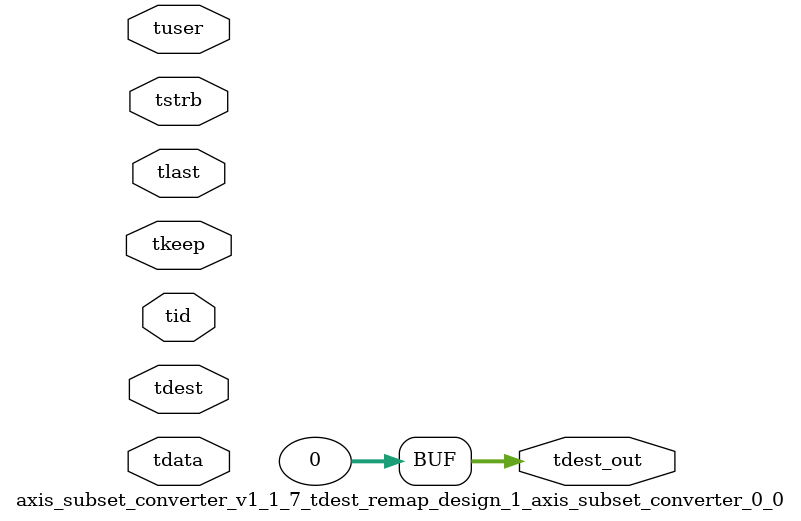
<source format=v>


`timescale 1ps/1ps

module axis_subset_converter_v1_1_7_tdest_remap_design_1_axis_subset_converter_0_0 #
(
parameter C_S_AXIS_TDATA_WIDTH = 32,
parameter C_S_AXIS_TUSER_WIDTH = 0,
parameter C_S_AXIS_TID_WIDTH   = 0,
parameter C_S_AXIS_TDEST_WIDTH = 0,
parameter C_M_AXIS_TDEST_WIDTH = 32
)
(
input  [(C_S_AXIS_TDATA_WIDTH == 0 ? 1 : C_S_AXIS_TDATA_WIDTH)-1:0     ] tdata,
input  [(C_S_AXIS_TUSER_WIDTH == 0 ? 1 : C_S_AXIS_TUSER_WIDTH)-1:0     ] tuser,
input  [(C_S_AXIS_TID_WIDTH   == 0 ? 1 : C_S_AXIS_TID_WIDTH)-1:0       ] tid,
input  [(C_S_AXIS_TDEST_WIDTH == 0 ? 1 : C_S_AXIS_TDEST_WIDTH)-1:0     ] tdest,
input  [(C_S_AXIS_TDATA_WIDTH/8)-1:0 ] tkeep,
input  [(C_S_AXIS_TDATA_WIDTH/8)-1:0 ] tstrb,
input                                                                    tlast,
output [C_M_AXIS_TDEST_WIDTH-1:0] tdest_out
);

assign tdest_out = {1'b0};

endmodule


</source>
